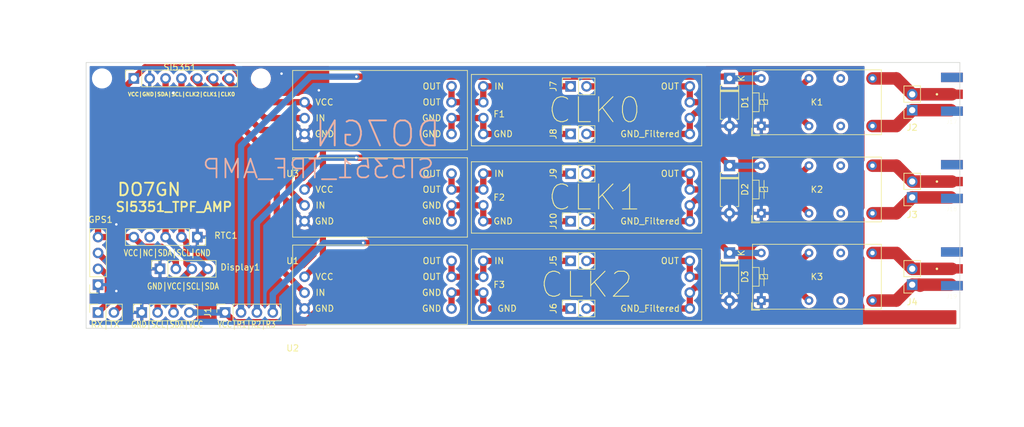
<source format=kicad_pcb>
(kicad_pcb (version 20171130) (host pcbnew 5.1.10-1.fc34)
  (layers (0 F.Cu signal) (31 B.Cu signal) (34 B.Paste user) (35 F.Paste user) (36 B.SilkS user) (37 F.SilkS user) (38 B.Mask user) (39 F.Mask user) (44 Edge.Cuts user))
  (net 0 "")
  (net 1 SIGNAL_CLK0)
  (net 2 SIGNAL_CLK1)
  (net 3 SIGNAL_CLK2)
  (net 4 GND_CLK0_OUT)
  (net 5 SIGNAL_CLK0_OUT)
  (net 6 GND_CLK1_OUT)
  (net 7 SIGNAL_CLK1_OUT)
  (net 8 GND_CLK2_OUT)
  (net 9 SIGNAL_CLK2_OUT)
  (net 10 GND)
  (net 11 Relay_0)
  (net 12 Relay_1)
  (net 13 Relay_2)
  (net 14 "Net-(K1-Pad11)")
  (net 15 "Net-(K1-Pad6)")
  (net 16 "Net-(K2-Pad6)")
  (net 17 "Net-(K2-Pad11)")
  (net 18 "Net-(K3-Pad6)")
  (net 19 "Net-(K3-Pad11)")
  (net 20 TPF_0_IN+)
  (net 21 TPF_0_IN-)
  (net 22 TPF_1_IN-)
  (net 23 TPF_1_IN+)
  (net 24 TPF_2_IN+)
  (net 25 TPF_2_IN-)
  (net 26 SDA)
  (net 27 SCL)
  (net 28 TP_0_Relay_OUT-)
  (net 29 TP_0_Relay_OUT+)
  (net 30 TP_1_Relay_OUT+)
  (net 31 TP_1_Relay_OUT-)
  (net 32 TP_2_Relay_OUT-)
  (net 33 TP_2_Relay_OUT+)
  (net 34 NC)
  (net 35 VCC)
  (net 36 TX)
  (net 37 RX)
  (module SMA_Edge:RFSOLUTIONS_CON-SMA-EDGE-S (layer F.Cu) (at 223.647 57.912 180)
    (fp_text reference J18 (at 0.032 -4.4064) (layer F.SilkS) (effects (font (size 0.64 0.64) (thickness 0.015))))
    (fp_text value CON-SMA-EDGE-S)
    (pad G4 smd rect (at 0 2.7 180) (size 3.5 1.5) (layers B.Cu B.Paste B.Mask) (net 6 GND_CLK1_OUT))
    (pad G3 smd rect (at 0 -2.7 180) (size 3.5 1.5) (layers B.Cu B.Paste B.Mask) (net 6 GND_CLK1_OUT))
    (pad G2 smd rect (at 0 2.7 180) (size 3.5 1.5) (layers F.Cu F.Paste F.Mask) (net 6 GND_CLK1_OUT))
    (pad G1 smd rect (at 0 -2.7 180) (size 3.5 1.5) (layers F.Cu F.Paste F.Mask) (net 6 GND_CLK1_OUT))
    (pad 1 smd rect (at 0 0 180) (size 3.5 1.5) (layers F.Cu F.Paste F.Mask) (net 7 SIGNAL_CLK1_OUT))
  )
  (module SMA_Edge:RFSOLUTIONS_CON-SMA-EDGE-S (layer F.Cu) (at 223.647 43.942 180)
    (fp_text reference J17 (at 0.032 -4.4064) (layer F.SilkS) (effects (font (size 0.64 0.64) (thickness 0.015))))
    (fp_text value CON-SMA-EDGE-S)
    (pad G4 smd rect (at 0 2.7 180) (size 3.5 1.5) (layers B.Cu B.Paste B.Mask) (net 4 GND_CLK0_OUT))
    (pad G3 smd rect (at 0 -2.7 180) (size 3.5 1.5) (layers B.Cu B.Paste B.Mask) (net 4 GND_CLK0_OUT))
    (pad G2 smd rect (at 0 2.7 180) (size 3.5 1.5) (layers F.Cu F.Paste F.Mask) (net 4 GND_CLK0_OUT))
    (pad G1 smd rect (at 0 -2.7 180) (size 3.5 1.5) (layers F.Cu F.Paste F.Mask) (net 4 GND_CLK0_OUT))
    (pad 1 smd rect (at 0 0 180) (size 3.5 1.5) (layers F.Cu F.Paste F.Mask) (net 5 SIGNAL_CLK0_OUT))
  )
  (module Connector_PinSocket_2.54mm:PinSocket_1x05_P2.54mm_Vertical (layer F.Cu) (at 102.997 66.802 270)
    (fp_text reference RTC1 (at -0.254 -4.572 180) (layer F.SilkS))
    (fp_text value RTC)
    (pad 1 thru_hole rect (at 0 0 270) (size 1.7 1.7) (drill 1) (layers *.Cu *.Mask) (net 10 GND))
    (pad 2 thru_hole oval (at 0 2.54 270) (size 1.7 1.7) (drill 1) (layers *.Cu *.Mask) (net 27 SCL))
    (pad 3 thru_hole oval (at 0 5.08 270) (size 1.7 1.7) (drill 1) (layers *.Cu *.Mask) (net 26 SDA))
    (pad 4 thru_hole oval (at 0 7.62 270) (size 1.7 1.7) (drill 1) (layers *.Cu *.Mask) (net 34 NC))
    (pad 5 thru_hole oval (at 0 10.16 270) (size 1.7 1.7) (drill 1) (layers *.Cu *.Mask) (net 35 VCC))
  )
  (module MountingHole:MountingHole_2.2mm_M2_DIN965 (layer F.Cu) (at 113.157 41.402 270)
    (fp_text reference REF** hide)
    (fp_text value MountingHole_2.2mm_M2_DIN965)
    (pad 1 np_thru_hole circle (at 0 0 270) (size 2.2 2.2) (drill 2.2) (layers *.Cu *.Mask))
  )
  (module Connector_PinSocket_2.54mm:PinSocket_1x02_P2.54mm_Vertical (layer F.Cu) (at 87.122 78.867 90)
    (fp_text reference RX|TX (at -1.905 1.143) (layer F.SilkS))
    (fp_text value ArduinoRXTX)
    (pad 2 thru_hole oval (at 0 2.54 90) (size 1.7 1.7) (drill 1) (layers *.Cu *.Mask) (net 36 TX))
    (pad 1 thru_hole rect (at 0 0 90) (size 1.7 1.7) (drill 1) (layers *.Cu *.Mask) (net 37 RX))
  )
  (module HamRadio:AMP (layer F.Cu) (at 118.237 52.832)
    (fp_text reference U3 (at 0 3.81) (layer F.SilkS))
    (fp_text value AMP)
    (fp_text user OUT (at 22.225 -10.16) (layer F.SilkS))
    (fp_text user OUT (at 22.225 -7.62) (layer F.SilkS))
    (fp_text user GND (at 22.225 -2.54) (layer F.SilkS))
    (fp_text user GND (at 22.225 -5.08) (layer F.SilkS))
    (fp_text user VCC (at 5.08 -7.62) (layer F.SilkS))
    (fp_text user IN (at 4.445 -5.08) (layer F.SilkS))
    (fp_text user GND (at 5.08 -2.54) (layer F.SilkS))
    (pad 7 thru_hole circle (at 25.4 -10.16) (size 1.7 1.7) (drill 1) (layers *.Cu *.Mask) (net 20 TPF_0_IN+))
    (pad 6 thru_hole circle (at 25.4 -7.62) (size 1.7 1.7) (drill 1) (layers *.Cu *.Mask) (net 20 TPF_0_IN+))
    (pad 5 thru_hole circle (at 25.4 -5.08) (size 1.7 1.7) (drill 1) (layers *.Cu *.Mask) (net 21 TPF_0_IN-))
    (pad 4 thru_hole circle (at 25.4 -2.54) (size 1.7 1.7) (drill 1) (layers *.Cu *.Mask) (net 21 TPF_0_IN-))
    (pad 3 thru_hole circle (at 1.905 -2.54) (size 1.7 1.7) (drill 1) (layers *.Cu *.Mask) (net 10 GND))
    (pad 2 thru_hole circle (at 1.905 -5.08) (size 1.7 1.7) (drill 1) (layers *.Cu *.Mask) (net 1 SIGNAL_CLK0))
    (pad 1 thru_hole circle (at 1.905 -7.62) (size 1.7 1.7) (drill 1) (layers *.Cu *.Mask) (net 35 VCC))
  )
  (module HamRadio:AMP (layer F.Cu) (at 118.237 80.772)
    (fp_text reference U2 (at 0 3.81) (layer F.SilkS))
    (fp_text value AMP)
    (fp_text user OUT (at 22.225 -10.16) (layer F.SilkS))
    (fp_text user OUT (at 22.225 -7.62) (layer F.SilkS))
    (fp_text user GND (at 22.225 -2.54) (layer F.SilkS))
    (fp_text user GND (at 22.225 -5.08) (layer F.SilkS))
    (fp_text user VCC (at 5.08 -7.62) (layer F.SilkS))
    (fp_text user IN (at 4.445 -5.08) (layer F.SilkS))
    (fp_text user GND (at 5.08 -2.54) (layer F.SilkS))
    (pad 7 thru_hole circle (at 25.4 -10.16) (size 1.7 1.7) (drill 1) (layers *.Cu *.Mask) (net 24 TPF_2_IN+))
    (pad 6 thru_hole circle (at 25.4 -7.62) (size 1.7 1.7) (drill 1) (layers *.Cu *.Mask) (net 24 TPF_2_IN+))
    (pad 5 thru_hole circle (at 25.4 -5.08) (size 1.7 1.7) (drill 1) (layers *.Cu *.Mask) (net 25 TPF_2_IN-))
    (pad 4 thru_hole circle (at 25.4 -2.54) (size 1.7 1.7) (drill 1) (layers *.Cu *.Mask) (net 25 TPF_2_IN-))
    (pad 3 thru_hole circle (at 1.905 -2.54) (size 1.7 1.7) (drill 1) (layers *.Cu *.Mask) (net 10 GND))
    (pad 2 thru_hole circle (at 1.905 -5.08) (size 1.7 1.7) (drill 1) (layers *.Cu *.Mask) (net 3 SIGNAL_CLK2))
    (pad 1 thru_hole circle (at 1.905 -7.62) (size 1.7 1.7) (drill 1) (layers *.Cu *.Mask) (net 35 VCC))
  )
  (module HamRadio:AMP (layer F.Cu) (at 118.237 66.802)
    (fp_text reference U1 (at 0 3.81) (layer F.SilkS))
    (fp_text value AMP)
    (fp_text user OUT (at 22.225 -10.16) (layer F.SilkS))
    (fp_text user OUT (at 22.225 -7.62) (layer F.SilkS))
    (fp_text user GND (at 22.225 -2.54) (layer F.SilkS))
    (fp_text user GND (at 22.225 -5.08) (layer F.SilkS))
    (fp_text user VCC (at 5.08 -7.62) (layer F.SilkS))
    (fp_text user IN (at 4.445 -5.08) (layer F.SilkS))
    (fp_text user GND (at 5.08 -2.54) (layer F.SilkS))
    (pad 7 thru_hole circle (at 25.4 -10.16) (size 1.7 1.7) (drill 1) (layers *.Cu *.Mask) (net 23 TPF_1_IN+))
    (pad 6 thru_hole circle (at 25.4 -7.62) (size 1.7 1.7) (drill 1) (layers *.Cu *.Mask) (net 23 TPF_1_IN+))
    (pad 5 thru_hole circle (at 25.4 -5.08) (size 1.7 1.7) (drill 1) (layers *.Cu *.Mask) (net 22 TPF_1_IN-))
    (pad 4 thru_hole circle (at 25.4 -2.54) (size 1.7 1.7) (drill 1) (layers *.Cu *.Mask) (net 22 TPF_1_IN-))
    (pad 3 thru_hole circle (at 1.905 -2.54) (size 1.7 1.7) (drill 1) (layers *.Cu *.Mask) (net 10 GND))
    (pad 2 thru_hole circle (at 1.905 -5.08) (size 1.7 1.7) (drill 1) (layers *.Cu *.Mask) (net 2 SIGNAL_CLK1))
    (pad 1 thru_hole circle (at 1.905 -7.62) (size 1.7 1.7) (drill 1) (layers *.Cu *.Mask) (net 35 VCC))
  )
  (module HamRadio:TPF (layer F.Cu) (at 148.717 68.072)
    (fp_text reference F3 (at 2.54 6.35) (layer F.SilkS))
    (fp_text value TPF_2)
    (fp_text user OUT (at 29.845 2.54) (layer F.SilkS))
    (fp_text user IN (at 2.54 2.54) (layer F.SilkS))
    (fp_text user GND_Filtered (at 26.67 10.16) (layer F.SilkS))
    (fp_text user GND (at 3.81 10.16) (layer F.SilkS))
    (pad 8 thru_hole oval (at 33.02 2.54) (size 1.7 1.7) (drill 1) (layers *.Cu *.Mask) (net 33 TP_2_Relay_OUT+))
    (pad 7 thru_hole circle (at 33.02 5.08) (size 1.7 1.7) (drill 1) (layers *.Cu *.Mask) (net 33 TP_2_Relay_OUT+))
    (pad 6 thru_hole circle (at 33.02 7.62) (size 1.7 1.7) (drill 1) (layers *.Cu *.Mask) (net 32 TP_2_Relay_OUT-))
    (pad 5 thru_hole circle (at 33.02 10.16) (size 1.7 1.7) (drill 1) (layers *.Cu *.Mask) (net 32 TP_2_Relay_OUT-))
    (pad 4 thru_hole circle (at 0 10.16) (size 1.7 1.7) (drill 1) (layers *.Cu *.Mask) (net 25 TPF_2_IN-))
    (pad 3 thru_hole circle (at 0 7.62) (size 1.7 1.7) (drill 1) (layers *.Cu *.Mask) (net 25 TPF_2_IN-))
    (pad 2 thru_hole circle (at 0 5.08) (size 1.7 1.7) (drill 1) (layers *.Cu *.Mask) (net 24 TPF_2_IN+))
    (pad 1 thru_hole oval (at 0 2.54) (size 1.7 1.7) (drill 1) (layers *.Cu *.Mask) (net 24 TPF_2_IN+))
  )
  (module HamRadio:TPF (layer F.Cu) (at 148.717 54.102)
    (fp_text reference F2 (at 2.54 6.35) (layer F.SilkS))
    (fp_text value TPF_1)
    (fp_text user OUT (at 29.845 2.54) (layer F.SilkS))
    (fp_text user IN (at 2.54 2.54) (layer F.SilkS))
    (fp_text user GND_Filtered (at 26.67 10.16) (layer F.SilkS))
    (fp_text user GND (at 3.175 10.16) (layer F.SilkS))
    (pad 8 thru_hole oval (at 33.02 2.54) (size 1.7 1.7) (drill 1) (layers *.Cu *.Mask) (net 30 TP_1_Relay_OUT+))
    (pad 7 thru_hole circle (at 33.02 5.08) (size 1.7 1.7) (drill 1) (layers *.Cu *.Mask) (net 30 TP_1_Relay_OUT+))
    (pad 6 thru_hole circle (at 33.02 7.62) (size 1.7 1.7) (drill 1) (layers *.Cu *.Mask) (net 31 TP_1_Relay_OUT-))
    (pad 5 thru_hole circle (at 33.02 10.16) (size 1.7 1.7) (drill 1) (layers *.Cu *.Mask) (net 31 TP_1_Relay_OUT-))
    (pad 4 thru_hole circle (at 0 10.16) (size 1.7 1.7) (drill 1) (layers *.Cu *.Mask) (net 22 TPF_1_IN-))
    (pad 3 thru_hole circle (at 0 7.62) (size 1.7 1.7) (drill 1) (layers *.Cu *.Mask) (net 22 TPF_1_IN-))
    (pad 2 thru_hole circle (at 0 5.08) (size 1.7 1.7) (drill 1) (layers *.Cu *.Mask) (net 23 TPF_1_IN+))
    (pad 1 thru_hole oval (at 0 2.54) (size 1.7 1.7) (drill 1) (layers *.Cu *.Mask) (net 23 TPF_1_IN+))
  )
  (module HamRadio:TPF (layer F.Cu) (at 148.717 40.132)
    (fp_text reference F1 (at 2.54 6.985) (layer F.SilkS))
    (fp_text value TPF_0)
    (fp_text user OUT (at 29.845 2.54) (layer F.SilkS))
    (fp_text user IN (at 2.54 2.54) (layer F.SilkS))
    (fp_text user GND_Filtered (at 26.67 10.16) (layer F.SilkS))
    (fp_text user GND (at 3.175 10.16) (layer F.SilkS))
    (pad 8 thru_hole oval (at 33.02 2.54) (size 1.7 1.7) (drill 1) (layers *.Cu *.Mask) (net 29 TP_0_Relay_OUT+))
    (pad 7 thru_hole circle (at 33.02 5.08) (size 1.7 1.7) (drill 1) (layers *.Cu *.Mask) (net 29 TP_0_Relay_OUT+))
    (pad 6 thru_hole circle (at 33.02 7.62) (size 1.7 1.7) (drill 1) (layers *.Cu *.Mask) (net 28 TP_0_Relay_OUT-))
    (pad 5 thru_hole circle (at 33.02 10.16) (size 1.7 1.7) (drill 1) (layers *.Cu *.Mask) (net 28 TP_0_Relay_OUT-))
    (pad 4 thru_hole circle (at 0 10.16) (size 1.7 1.7) (drill 1) (layers *.Cu *.Mask) (net 21 TPF_0_IN-))
    (pad 3 thru_hole circle (at 0 7.62) (size 1.7 1.7) (drill 1) (layers *.Cu *.Mask) (net 21 TPF_0_IN-))
    (pad 2 thru_hole circle (at 0 5.08) (size 1.7 1.7) (drill 1) (layers *.Cu *.Mask) (net 20 TPF_0_IN+))
    (pad 1 thru_hole oval (at 0 2.54) (size 1.7 1.7) (drill 1) (layers *.Cu *.Mask) (net 20 TPF_0_IN+))
  )
  (module MountingHole:MountingHole_2.2mm_M2_DIN965 (layer F.Cu) (at 87.757 41.402 270)
    (fp_text reference REF** hide)
    (fp_text value MountingHole_2.2mm_M2_DIN965)
    (pad 1 np_thru_hole circle (at 0 0 270) (size 2.2 2.2) (drill 2.2) (layers *.Cu *.Mask))
  )
  (module Connector_PinSocket_2.54mm:PinSocket_1x04_P2.54mm_Vertical (layer F.Cu) (at 97.028 71.882 90)
    (fp_text reference Display1 (at 0.254 12.827 180) (layer F.SilkS))
    (fp_text value Display)
    (pad 4 thru_hole oval (at 0 7.62 90) (size 1.7 1.7) (drill 1) (layers *.Cu *.Mask) (net 26 SDA))
    (pad 3 thru_hole oval (at 0 5.08 90) (size 1.7 1.7) (drill 1) (layers *.Cu *.Mask) (net 27 SCL))
    (pad 2 thru_hole oval (at 0 2.54 90) (size 1.7 1.7) (drill 1) (layers *.Cu *.Mask) (net 35 VCC))
    (pad 1 thru_hole rect (at 0 0 90) (size 1.7 1.7) (drill 1) (layers *.Cu *.Mask) (net 10 GND))
  )
  (module SMA_Edge:RFSOLUTIONS_CON-SMA-EDGE-S (layer F.Cu) (at 223.647 71.882 180)
    (fp_text reference J19 (at 0.032 -4.4064) (layer F.SilkS) (effects (font (size 0.64 0.64) (thickness 0.015))))
    (fp_text value CON-SMA-EDGE-S)
    (pad G4 smd rect (at 0 2.7 180) (size 3.5 1.5) (layers B.Cu B.Paste B.Mask) (net 8 GND_CLK2_OUT))
    (pad G3 smd rect (at 0 -2.7 180) (size 3.5 1.5) (layers B.Cu B.Paste B.Mask) (net 8 GND_CLK2_OUT))
    (pad G2 smd rect (at 0 2.7 180) (size 3.5 1.5) (layers F.Cu F.Paste F.Mask) (net 8 GND_CLK2_OUT))
    (pad G1 smd rect (at 0 -2.7 180) (size 3.5 1.5) (layers F.Cu F.Paste F.Mask) (net 8 GND_CLK2_OUT))
    (pad 1 smd rect (at 0 0 180) (size 3.5 1.5) (layers F.Cu F.Paste F.Mask) (net 9 SIGNAL_CLK2_OUT))
  )
  (module Relay_THT:Relay_DPDT_Omron_G5V-2 (layer F.Cu) (at 193.167 49.022 90)
    (fp_text reference K1 (at 3.81 8.89 180) (layer F.SilkS))
    (fp_text value G5V-2)
    (pad 13 thru_hole circle (at 7.62 7.62 90) (size 1.4 1.4) (drill 0.7) (layers *.Cu *.Mask) (net 29 TP_0_Relay_OUT+))
    (pad 9 thru_hole circle (at 7.62 17.78 90) (size 1.4 1.4) (drill 0.7) (layers *.Cu *.Mask) (net 5 SIGNAL_CLK0_OUT))
    (pad 11 thru_hole circle (at 7.62 12.7 90) (size 1.4 1.4) (drill 0.7) (layers *.Cu *.Mask) (net 14 "Net-(K1-Pad11)"))
    (pad 4 thru_hole circle (at 0 7.62 90) (size 1.4 1.4) (drill 0.7) (layers *.Cu *.Mask) (net 28 TP_0_Relay_OUT-))
    (pad 8 thru_hole circle (at 0 17.78 90) (size 1.4 1.4) (drill 0.7) (layers *.Cu *.Mask) (net 4 GND_CLK0_OUT))
    (pad 6 thru_hole circle (at 0 12.7 90) (size 1.4 1.4) (drill 0.7) (layers *.Cu *.Mask) (net 15 "Net-(K1-Pad6)"))
    (pad 16 thru_hole circle (at 7.62 0 90) (size 1.4 1.4) (drill 0.7) (layers *.Cu *.Mask) (net 11 Relay_0))
    (pad 1 thru_hole rect (at 0 0 90) (size 1.4 1.4) (drill 0.7) (layers *.Cu *.Mask) (net 10 GND))
  )
  (module Relay_THT:Relay_DPDT_Omron_G5V-2 (layer F.Cu) (at 193.167 62.992 90)
    (fp_text reference K2 (at 3.81 8.89) (layer F.SilkS))
    (fp_text value G5V-2)
    (pad 1 thru_hole rect (at 0 0 90) (size 1.4 1.4) (drill 0.7) (layers *.Cu *.Mask) (net 10 GND))
    (pad 16 thru_hole circle (at 7.62 0 90) (size 1.4 1.4) (drill 0.7) (layers *.Cu *.Mask) (net 12 Relay_1))
    (pad 6 thru_hole circle (at 0 12.7 90) (size 1.4 1.4) (drill 0.7) (layers *.Cu *.Mask) (net 16 "Net-(K2-Pad6)"))
    (pad 8 thru_hole circle (at 0 17.78 90) (size 1.4 1.4) (drill 0.7) (layers *.Cu *.Mask) (net 6 GND_CLK1_OUT))
    (pad 4 thru_hole circle (at 0 7.62 90) (size 1.4 1.4) (drill 0.7) (layers *.Cu *.Mask) (net 31 TP_1_Relay_OUT-))
    (pad 11 thru_hole circle (at 7.62 12.7 90) (size 1.4 1.4) (drill 0.7) (layers *.Cu *.Mask) (net 17 "Net-(K2-Pad11)"))
    (pad 9 thru_hole circle (at 7.62 17.78 90) (size 1.4 1.4) (drill 0.7) (layers *.Cu *.Mask) (net 7 SIGNAL_CLK1_OUT))
    (pad 13 thru_hole circle (at 7.62 7.62 90) (size 1.4 1.4) (drill 0.7) (layers *.Cu *.Mask) (net 30 TP_1_Relay_OUT+))
  )
  (module Relay_THT:Relay_DPDT_Omron_G5V-2 (layer F.Cu) (at 193.167 76.962 90)
    (fp_text reference K3 (at 3.81 8.89 180) (layer F.SilkS))
    (fp_text value G5V-2)
    (pad 1 thru_hole rect (at 0 0 90) (size 1.4 1.4) (drill 0.7) (layers *.Cu *.Mask) (net 10 GND))
    (pad 16 thru_hole circle (at 7.62 0 90) (size 1.4 1.4) (drill 0.7) (layers *.Cu *.Mask) (net 13 Relay_2))
    (pad 6 thru_hole circle (at 0 12.7 90) (size 1.4 1.4) (drill 0.7) (layers *.Cu *.Mask) (net 18 "Net-(K3-Pad6)"))
    (pad 8 thru_hole circle (at 0 17.78 90) (size 1.4 1.4) (drill 0.7) (layers *.Cu *.Mask) (net 8 GND_CLK2_OUT))
    (pad 4 thru_hole circle (at 0 7.62 90) (size 1.4 1.4) (drill 0.7) (layers *.Cu *.Mask) (net 32 TP_2_Relay_OUT-))
    (pad 11 thru_hole circle (at 7.62 12.7 90) (size 1.4 1.4) (drill 0.7) (layers *.Cu *.Mask) (net 19 "Net-(K3-Pad11)"))
    (pad 9 thru_hole circle (at 7.62 17.78 90) (size 1.4 1.4) (drill 0.7) (layers *.Cu *.Mask) (net 9 SIGNAL_CLK2_OUT))
    (pad 13 thru_hole circle (at 7.62 7.62 90) (size 1.4 1.4) (drill 0.7) (layers *.Cu *.Mask) (net 33 TP_2_Relay_OUT+))
  )
  (module Diode_THT:D_A-405_P7.62mm_Horizontal (layer F.Cu) (at 188.087 41.402 270)
    (fp_text reference D1 (at 3.81 -2.47 90) (layer F.SilkS))
    (fp_text value D)
    (fp_text user K (at 0 -1.9 90) (layer F.SilkS))
    (pad 1 thru_hole rect (at 0 0 270) (size 1.8 1.8) (drill 0.9) (layers *.Cu *.Mask) (net 11 Relay_0))
    (pad 2 thru_hole oval (at 7.62 0 270) (size 1.8 1.8) (drill 0.9) (layers *.Cu *.Mask) (net 10 GND))
  )
  (module Diode_THT:D_A-405_P7.62mm_Horizontal (layer F.Cu) (at 188.087 55.372 270)
    (fp_text reference D2 (at 3.81 -2.47 90) (layer F.SilkS))
    (fp_text value D)
    (pad 2 thru_hole oval (at 7.62 0 270) (size 1.8 1.8) (drill 0.9) (layers *.Cu *.Mask) (net 10 GND))
    (pad 1 thru_hole rect (at 0 0 270) (size 1.8 1.8) (drill 0.9) (layers *.Cu *.Mask) (net 12 Relay_1))
  )
  (module Diode_THT:D_A-405_P7.62mm_Horizontal (layer F.Cu) (at 188.087 69.342 270)
    (fp_text reference D3 (at 3.81 -2.47 90) (layer F.SilkS))
    (fp_text value D)
    (fp_text user K (at 0 -1.9 270) (layer F.SilkS))
    (pad 1 thru_hole rect (at 0 0 270) (size 1.8 1.8) (drill 0.9) (layers *.Cu *.Mask) (net 13 Relay_2))
    (pad 2 thru_hole oval (at 7.62 0 270) (size 1.8 1.8) (drill 0.9) (layers *.Cu *.Mask) (net 10 GND))
  )
  (module Connector_PinSocket_2.54mm:PinSocket_1x02_P2.54mm_Vertical (layer F.Cu) (at 217.297 46.482 180)
    (fp_text reference J2 (at 0 -2.77) (layer F.SilkS))
    (fp_text value Conn_01x02_Female)
    (pad 1 thru_hole rect (at 0 0 180) (size 1.7 1.7) (drill 1) (layers *.Cu *.Mask) (net 4 GND_CLK0_OUT))
    (pad 2 thru_hole oval (at 0 2.54 180) (size 1.7 1.7) (drill 1) (layers *.Cu *.Mask) (net 5 SIGNAL_CLK0_OUT))
  )
  (module Connector_PinSocket_2.54mm:PinSocket_1x02_P2.54mm_Vertical (layer F.Cu) (at 217.297 60.452 180)
    (fp_text reference J3 (at 0 -2.77) (layer F.SilkS))
    (fp_text value Conn_01x02_Female)
    (pad 2 thru_hole oval (at 0 2.54 180) (size 1.7 1.7) (drill 1) (layers *.Cu *.Mask) (net 7 SIGNAL_CLK1_OUT))
    (pad 1 thru_hole rect (at 0 0 180) (size 1.7 1.7) (drill 1) (layers *.Cu *.Mask) (net 6 GND_CLK1_OUT))
  )
  (module Connector_PinSocket_2.54mm:PinSocket_1x02_P2.54mm_Vertical (layer F.Cu) (at 217.297 74.422 180)
    (fp_text reference J4 (at 0 -2.77) (layer F.SilkS))
    (fp_text value Conn_01x02_Female)
    (pad 1 thru_hole rect (at 0 0 180) (size 1.7 1.7) (drill 1) (layers *.Cu *.Mask) (net 8 GND_CLK2_OUT))
    (pad 2 thru_hole oval (at 0 2.54 180) (size 1.7 1.7) (drill 1) (layers *.Cu *.Mask) (net 9 SIGNAL_CLK2_OUT))
  )
  (module Connector_PinSocket_2.54mm:PinSocket_1x07_P2.54mm_Vertical (layer F.Cu) (at 92.837 41.402 90)
    (fp_text reference SI5351 (at 1.778 7.366) (layer F.SilkS))
    (fp_text value SI5351)
    (pad 1 thru_hole rect (at 0 0 90) (size 1.7 1.7) (drill 1) (layers *.Cu *.Mask) (net 35 VCC))
    (pad 2 thru_hole oval (at 0 2.54 90) (size 1.7 1.7) (drill 1) (layers *.Cu *.Mask) (net 10 GND))
    (pad 3 thru_hole oval (at 0 5.08 90) (size 1.7 1.7) (drill 1) (layers *.Cu *.Mask) (net 26 SDA))
    (pad 4 thru_hole oval (at 0 7.62 90) (size 1.7 1.7) (drill 1) (layers *.Cu *.Mask) (net 27 SCL))
    (pad 5 thru_hole oval (at 0 10.16 90) (size 1.7 1.7) (drill 1) (layers *.Cu *.Mask) (net 3 SIGNAL_CLK2))
    (pad 6 thru_hole oval (at 0 12.7 90) (size 1.7 1.7) (drill 1) (layers *.Cu *.Mask) (net 2 SIGNAL_CLK1))
    (pad 7 thru_hole oval (at 0 15.24 90) (size 1.7 1.7) (drill 1) (layers *.Cu *.Mask) (net 1 SIGNAL_CLK0))
  )
  (module Connector_PinSocket_2.54mm:PinSocket_1x02_P2.54mm_Vertical (layer F.Cu) (at 162.687 70.612 90)
    (fp_text reference J5 (at 0 -2.77 90) (layer F.SilkS))
    (fp_text value Conn_01x02_Female)
    (pad 2 thru_hole oval (at 0 2.54 90) (size 1.7 1.7) (drill 1) (layers *.Cu *.Mask) (net 33 TP_2_Relay_OUT+))
    (pad 1 thru_hole rect (at 0 0 90) (size 1.7 1.7) (drill 1) (layers *.Cu *.Mask) (net 24 TPF_2_IN+))
  )
  (module Connector_PinSocket_2.54mm:PinSocket_1x02_P2.54mm_Vertical (layer F.Cu) (at 162.687 78.232 90)
    (fp_text reference J6 (at 0 -2.77 90) (layer F.SilkS))
    (fp_text value Conn_01x02_Female)
    (pad 1 thru_hole rect (at 0 0 90) (size 1.7 1.7) (drill 1) (layers *.Cu *.Mask) (net 25 TPF_2_IN-))
    (pad 2 thru_hole oval (at 0 2.54 90) (size 1.7 1.7) (drill 1) (layers *.Cu *.Mask) (net 32 TP_2_Relay_OUT-))
  )
  (module Connector_PinSocket_2.54mm:PinSocket_1x02_P2.54mm_Vertical (layer F.Cu) (at 162.687 42.672 90)
    (fp_text reference J7 (at 0 -2.77 90) (layer F.SilkS))
    (fp_text value Conn_01x02_Female)
    (pad 2 thru_hole oval (at 0 2.54 90) (size 1.7 1.7) (drill 1) (layers *.Cu *.Mask) (net 29 TP_0_Relay_OUT+))
    (pad 1 thru_hole rect (at 0 0 90) (size 1.7 1.7) (drill 1) (layers *.Cu *.Mask) (net 20 TPF_0_IN+))
  )
  (module Connector_PinSocket_2.54mm:PinSocket_1x02_P2.54mm_Vertical (layer F.Cu) (at 162.687 50.292 90)
    (fp_text reference J8 (at 0 -2.77 90) (layer F.SilkS))
    (fp_text value Conn_01x02_Female)
    (pad 1 thru_hole rect (at 0 0 90) (size 1.7 1.7) (drill 1) (layers *.Cu *.Mask) (net 21 TPF_0_IN-))
    (pad 2 thru_hole oval (at 0 2.54 90) (size 1.7 1.7) (drill 1) (layers *.Cu *.Mask) (net 28 TP_0_Relay_OUT-))
  )
  (module Connector_PinSocket_2.54mm:PinSocket_1x02_P2.54mm_Vertical (layer F.Cu) (at 162.687 56.642 90)
    (fp_text reference J9 (at 0 -2.77 90) (layer F.SilkS))
    (fp_text value Conn_01x02_Female)
    (pad 2 thru_hole oval (at 0 2.54 90) (size 1.7 1.7) (drill 1) (layers *.Cu *.Mask) (net 30 TP_1_Relay_OUT+))
    (pad 1 thru_hole rect (at 0 0 90) (size 1.7 1.7) (drill 1) (layers *.Cu *.Mask) (net 23 TPF_1_IN+))
  )
  (module Connector_PinSocket_2.54mm:PinSocket_1x02_P2.54mm_Vertical (layer F.Cu) (at 162.687 64.262 90)
    (fp_text reference J10 (at 0 -2.77 90) (layer F.SilkS))
    (fp_text value Conn_01x02_Female)
    (pad 1 thru_hole rect (at 0 0 90) (size 1.7 1.7) (drill 1) (layers *.Cu *.Mask) (net 22 TPF_1_IN-))
    (pad 2 thru_hole oval (at 0 2.54 90) (size 1.7 1.7) (drill 1) (layers *.Cu *.Mask) (net 31 TP_1_Relay_OUT-))
  )
  (module Connector_PinSocket_2.54mm:PinSocket_1x04_P2.54mm_Vertical (layer F.Cu) (at 107.442 78.867 90)
    (fp_text reference J1 (at 0 -2.77 90) (layer F.SilkS))
    (fp_text value Conn_01x03_Female)
    (pad 1 thru_hole rect (at 0 0 90) (size 1.7 1.7) (drill 1) (layers *.Cu *.Mask) (net 35 VCC))
    (pad 2 thru_hole oval (at 0 2.54 90) (size 1.7 1.7) (drill 1) (layers *.Cu *.Mask) (net 11 Relay_0))
    (pad 3 thru_hole oval (at 0 5.08 90) (size 1.7 1.7) (drill 1) (layers *.Cu *.Mask) (net 12 Relay_1))
    (pad 4 thru_hole oval (at 0 7.62 90) (size 1.7 1.7) (drill 1) (layers *.Cu *.Mask) (net 13 Relay_2))
  )
  (module Connector_PinSocket_2.54mm:PinSocket_1x04_P2.54mm_Vertical (layer F.Cu) (at 87.122 74.422 180)
    (fp_text reference GPS1 (at -0.381 10.414) (layer F.SilkS))
    (fp_text value GPS)
    (pad 1 thru_hole rect (at 0 0 180) (size 1.7 1.7) (drill 1) (layers *.Cu *.Mask) (net 10 GND))
    (pad 2 thru_hole oval (at 0 2.54 180) (size 1.7 1.7) (drill 1) (layers *.Cu *.Mask) (net 37 RX))
    (pad 3 thru_hole oval (at 0 5.08 180) (size 1.7 1.7) (drill 1) (layers *.Cu *.Mask) (net 36 TX))
    (pad 4 thru_hole oval (at 0 7.62 180) (size 1.7 1.7) (drill 1) (layers *.Cu *.Mask) (net 35 VCC))
  )
  (module Connector_PinSocket_2.54mm:PinSocket_1x04_P2.54mm_Vertical (layer F.Cu) (at 94.107 78.867 90)
    (fp_text reference Arduino1 hide)
    (fp_text value Arduino)
    (pad 1 thru_hole rect (at 0 0 90) (size 1.7 1.7) (drill 1) (layers *.Cu *.Mask) (net 10 GND))
    (pad 2 thru_hole oval (at 0 2.54 90) (size 1.7 1.7) (drill 1) (layers *.Cu *.Mask) (net 27 SCL))
    (pad 3 thru_hole oval (at 0 5.08 90) (size 1.7 1.7) (drill 1) (layers *.Cu *.Mask) (net 26 SDA))
    (pad 4 thru_hole oval (at 0 7.62 90) (size 1.7 1.7) (drill 1) (layers *.Cu *.Mask) (net 35 VCC))
  )
  (gr_text DO7GN (at 142.113 50.292) (layer B.SilkS) (effects (font (size 4 4) (thickness 0.3)) (justify left mirror)))
  (gr_text SI5351_TPF_AMP (at 141.097 55.88) (layer B.SilkS) (effects (font (size 3 3) (thickness 0.275)) (justify left mirror)))
  (gr_text VCC|NC|SDA|SCL|GND (at 98.171 69.342) (layer F.SilkS) (effects (font (size 1 0.8))))
  (gr_text GND|SCL|SDA|VCC (at 98.171 80.772) (layer F.SilkS) (effects (font (size 1 0.8))))
  (gr_text VCC|R1|R2|R3 (at 110.871 80.772) (layer F.SilkS) (effects (font (size 1 0.8))))
  (gr_text VCC|GND|SDA|SCL|CLK2|CLK1|CLK0 (at 100.457 43.942) (layer F.SilkS) (effects (font (size 0.6 0.6))))
  (gr_text SI5351_TPF_AMP (at 89.789 61.976) (layer F.SilkS) (effects (font (size 1.5 1.5) (thickness 0.275)) (justify left)))
  (gr_text GND|VCC|SCL|SDA (at 100.711 74.676) (layer F.SilkS) (effects (font (size 1 0.8))))
  (gr_text DO7GN (at 90.043 59.182) (layer F.SilkS) (effects (font (size 2 2) (thickness 0.3)) (justify left)))
  (gr_text CLK0 (at 166.497 46.482) (layer F.SilkS) (effects (font (size 4 4))))
  (gr_text CLK1 (at 166.497 60.452) (layer F.SilkS) (effects (font (size 4 4))))
  (gr_line (start 85.217 38.862) (end 224.917 38.862) (layer Edge.Cuts) (width 0.1))
  (gr_line (start 224.917 38.862) (end 224.917 81.407) (layer Edge.Cuts) (width 0.1))
  (gr_line (start 85.217 81.407) (end 85.217 38.862) (layer Edge.Cuts) (width 0.1))
  (gr_line (start 224.917 81.407) (end 85.217 81.407) (layer Edge.Cuts) (width 0.1))
  (gr_text CLK2 (at 165.227 74.422) (layer F.SilkS) (effects (font (size 4 4))))
  (segment (start 113.792 47.752) (end 120.142 47.752) (width 1) (layer F.Cu) (net 1))
  (segment (start 107.442 41.402) (end 113.792 47.752) (width 1) (layer F.Cu) (net 1))
  (segment (start 120.142 61.476002) (end 120.142 61.722) (width 1) (layer F.Cu) (net 2))
  (segment (start 104.902 41.402) (end 113.157 49.657) (width 1) (layer F.Cu) (net 2))
  (segment (start 113.157 49.657) (end 117.602 49.657) (width 1) (layer F.Cu) (net 2))
  (segment (start 117.602 59.182) (end 120.142 61.722) (width 1) (layer F.Cu) (net 2))
  (segment (start 117.602 49.657) (end 117.602 59.182) (width 1) (layer F.Cu) (net 2))
  (segment (start 102.362 41.402) (end 112.522 51.562) (width 1) (layer F.Cu) (net 3))
  (segment (start 112.522 51.562) (end 115.697 51.562) (width 1) (layer F.Cu) (net 3))
  (segment (start 115.697 71.247) (end 120.142 75.692) (width 1) (layer F.Cu) (net 3))
  (segment (start 115.697 51.562) (end 115.697 71.247) (width 1) (layer F.Cu) (net 3))
  (segment (start 217.297 46.482) (end 223.487 46.482) (width 2) (layer F.Cu) (net 4))
  (segment (start 214.757 49.022) (end 217.297 46.482) (width 2) (layer F.Cu) (net 4))
  (segment (start 210.947 49.022) (end 214.757 49.022) (width 2) (layer F.Cu) (net 4))
  (segment (start 217.297 43.942) (end 223.647 43.942) (width 2) (layer F.Cu) (net 5))
  (segment (start 214.757 41.402) (end 217.297 43.942) (width 2) (layer F.Cu) (net 5))
  (segment (start 210.947 41.402) (end 214.757 41.402) (width 2) (layer F.Cu) (net 5))
  (segment (start 217.297 60.452) (end 223.487 60.452) (width 2) (layer F.Cu) (net 6))
  (segment (start 214.757 62.992) (end 217.297 60.452) (width 2) (layer F.Cu) (net 6))
  (segment (start 210.947 62.992) (end 214.757 62.992) (width 2) (layer F.Cu) (net 6))
  (segment (start 217.297 57.912) (end 223.647 57.912) (width 2) (layer F.Cu) (net 7))
  (segment (start 214.757 55.372) (end 217.297 57.912) (width 2) (layer F.Cu) (net 7))
  (segment (start 210.947 55.372) (end 214.757 55.372) (width 2) (layer F.Cu) (net 7))
  (segment (start 218.407 74.422) (end 218.567 74.582) (width 2) (layer F.Cu) (net 8))
  (segment (start 217.297 74.422) (end 223.487 74.422) (width 2) (layer F.Cu) (net 8))
  (segment (start 214.757 76.962) (end 217.297 74.422) (width 2) (layer F.Cu) (net 8))
  (segment (start 210.947 76.962) (end 214.757 76.962) (width 2) (layer F.Cu) (net 8))
  (segment (start 217.297 71.882) (end 223.647 71.882) (width 2) (layer F.Cu) (net 9))
  (segment (start 214.757 69.342) (end 217.297 71.882) (width 2) (layer F.Cu) (net 9))
  (segment (start 210.947 69.342) (end 214.757 69.342) (width 2) (layer F.Cu) (net 9))
  (via (at 90.043 75.438) (size 0.8) (drill 0.4) (layers F.Cu B.Cu) (net 10))
  (via (at 122.428 43.307) (size 0.8) (drill 0.4) (layers F.Cu B.Cu) (net 10))
  (via (at 116.459 40.64) (size 0.8) (drill 0.4) (layers F.Cu B.Cu) (net 10))
  (via (at 90.043 64.77) (size 0.8) (drill 0.4) (layers F.Cu B.Cu) (net 10))
  (via (at 99.187 43.688) (size 0.8) (drill 0.4) (layers F.Cu B.Cu) (net 10))
  (segment (start 188.087 41.402) (end 193.167 41.402) (width 1) (layer B.Cu) (net 11))
  (segment (start 109.982 78.867) (end 109.982 52.197) (width 1) (layer B.Cu) (net 11))
  (segment (start 187.806999 41.121999) (end 188.087 41.402) (width 1) (layer B.Cu) (net 11))
  (segment (start 121.057001 41.121999) (end 128.423001 41.121999) (width 1) (layer B.Cu) (net 11))
  (segment (start 109.982 52.197) (end 121.057001 41.121999) (width 1) (layer B.Cu) (net 11))
  (via (at 128.423001 41.121999) (size 0.8) (drill 0.4) (layers F.Cu B.Cu) (net 11))
  (segment (start 187.806999 41.121999) (end 188.087 41.402) (width 1) (layer F.Cu) (net 11))
  (segment (start 128.423001 41.121999) (end 187.806999 41.121999) (width 1) (layer F.Cu) (net 11))
  (segment (start 188.087 55.372) (end 193.167 55.372) (width 1) (layer B.Cu) (net 12))
  (segment (start 187.554776 54.839776) (end 188.087 55.372) (width 1) (layer F.Cu) (net 12))
  (segment (start 112.522 64.507998) (end 112.522 78.867) (width 1) (layer B.Cu) (net 12))
  (segment (start 122.927998 54.102) (end 112.522 64.507998) (width 1) (layer B.Cu) (net 12))
  (segment (start 128.397 54.102) (end 122.927998 54.102) (width 1) (layer B.Cu) (net 12))
  (via (at 128.397 54.102) (size 0.8) (drill 0.4) (layers F.Cu B.Cu) (net 12))
  (segment (start 186.817 54.102) (end 188.087 55.372) (width 1) (layer F.Cu) (net 12))
  (segment (start 128.397 54.102) (end 186.817 54.102) (width 1) (layer F.Cu) (net 12))
  (segment (start 188.087 69.342) (end 193.167 69.342) (width 1) (layer B.Cu) (net 13))
  (segment (start 187.806999 69.061999) (end 188.087 69.342) (width 1) (layer B.Cu) (net 13))
  (segment (start 115.062 75.937998) (end 115.062 78.867) (width 1) (layer B.Cu) (net 13))
  (segment (start 186.46801 67.72301) (end 188.087 69.342) (width 1) (layer F.Cu) (net 13))
  (segment (start 129.31801 67.72301) (end 129.50799 67.72301) (width 1) (layer F.Cu) (net 13))
  (segment (start 186.46801 67.72301) (end 186.633766 67.72301) (width 1) (layer F.Cu) (net 13))
  (segment (start 129.50799 67.72301) (end 186.46801 67.72301) (width 1) (layer F.Cu) (net 13))
  (via (at 129.50799 67.72301) (size 0.8) (drill 0.4) (layers F.Cu B.Cu) (net 13))
  (segment (start 129.480501 67.750499) (end 129.50799 67.72301) (width 1) (layer B.Cu) (net 13))
  (segment (start 123.249499 67.750499) (end 129.480501 67.750499) (width 1) (layer B.Cu) (net 13))
  (segment (start 123.249499 67.750499) (end 115.062 75.937998) (width 1) (layer B.Cu) (net 13))
  (segment (start 162.687 42.672) (end 148.717 42.672) (width 1) (layer F.Cu) (net 20))
  (segment (start 148.717 42.672) (end 148.717 45.212) (width 1) (layer F.Cu) (net 20))
  (segment (start 143.637 45.212) (end 143.637 42.672) (width 1) (layer F.Cu) (net 20))
  (segment (start 143.637 45.212) (end 148.717 45.212) (width 1) (layer F.Cu) (net 20))
  (segment (start 148.717 50.292) (end 162.687 50.292) (width 1) (layer F.Cu) (net 21))
  (segment (start 148.717 47.752) (end 148.717 50.292) (width 1) (layer F.Cu) (net 21))
  (segment (start 143.637 47.752) (end 148.717 47.752) (width 1) (layer F.Cu) (net 21))
  (segment (start 143.637 47.752) (end 143.637 50.292) (width 1) (layer F.Cu) (net 21))
  (segment (start 148.717 64.262) (end 162.687 64.262) (width 1) (layer F.Cu) (net 22))
  (segment (start 148.717 61.722) (end 148.717 64.262) (width 1) (layer F.Cu) (net 22))
  (segment (start 143.637 64.262) (end 143.637 61.722) (width 1) (layer F.Cu) (net 22))
  (segment (start 143.637 61.722) (end 148.717 61.722) (width 1) (layer F.Cu) (net 22))
  (segment (start 148.717 56.642) (end 162.687 56.642) (width 1) (layer F.Cu) (net 23))
  (segment (start 143.637 56.642) (end 143.637 59.182) (width 1) (layer F.Cu) (net 23))
  (segment (start 143.637 59.182) (end 148.717 59.182) (width 1) (layer F.Cu) (net 23))
  (segment (start 148.717 56.642) (end 148.717 57.912) (width 1) (layer F.Cu) (net 23))
  (segment (start 148.717 57.912) (end 148.717 59.182) (width 1) (layer F.Cu) (net 23))
  (segment (start 148.717 70.612) (end 162.687 70.612) (width 1) (layer F.Cu) (net 24))
  (segment (start 143.637 70.612) (end 143.637 73.152) (width 1) (layer F.Cu) (net 24))
  (segment (start 143.637 73.152) (end 148.717 73.152) (width 1) (layer F.Cu) (net 24))
  (segment (start 148.717 73.152) (end 148.717 70.612) (width 1) (layer F.Cu) (net 24))
  (segment (start 162.687 78.232) (end 148.717 78.232) (width 1) (layer F.Cu) (net 25))
  (segment (start 148.717 75.692) (end 148.717 78.232) (width 1) (layer F.Cu) (net 25))
  (segment (start 143.637 78.232) (end 143.637 75.692) (width 1) (layer F.Cu) (net 25))
  (segment (start 143.637 75.692) (end 148.717 75.692) (width 1) (layer F.Cu) (net 25))
  (segment (start 97.917 41.402) (end 97.917 66.802) (width 1) (layer F.Cu) (net 26))
  (segment (start 99.187 77.343) (end 104.648 71.882) (width 1) (layer F.Cu) (net 26))
  (segment (start 99.187 78.867) (end 99.187 77.343) (width 1) (layer F.Cu) (net 26))
  (segment (start 103.097999 70.331999) (end 104.648 71.882) (width 1) (layer B.Cu) (net 26))
  (segment (start 101.446999 70.331999) (end 103.097999 70.331999) (width 1) (layer B.Cu) (net 26))
  (segment (start 97.917 66.802) (end 101.446999 70.331999) (width 1) (layer B.Cu) (net 26))
  (segment (start 100.457 66.802) (end 100.457 41.402) (width 1) (layer F.Cu) (net 27))
  (segment (start 96.647 77.343) (end 102.108 71.882) (width 1) (layer F.Cu) (net 27))
  (segment (start 96.647 78.867) (end 96.647 77.343) (width 1) (layer F.Cu) (net 27))
  (segment (start 101.258001 67.603001) (end 100.457 66.802) (width 1) (layer F.Cu) (net 27))
  (segment (start 101.258001 71.032001) (end 101.258001 67.603001) (width 1) (layer F.Cu) (net 27))
  (segment (start 102.108 71.882) (end 101.258001 71.032001) (width 1) (layer F.Cu) (net 27))
  (segment (start 198.667001 46.902001) (end 200.787 49.022) (width 1) (layer F.Cu) (net 28))
  (segment (start 182.586999 46.902001) (end 198.667001 46.902001) (width 1) (layer F.Cu) (net 28))
  (segment (start 181.737 47.752) (end 182.586999 46.902001) (width 1) (layer F.Cu) (net 28))
  (segment (start 181.737 50.292) (end 181.737 47.752) (width 1) (layer F.Cu) (net 28))
  (segment (start 165.227 50.292) (end 181.737 50.292) (width 1) (layer F.Cu) (net 28))
  (segment (start 181.737 42.672) (end 181.737 45.212) (width 1) (layer F.Cu) (net 29))
  (segment (start 196.977 45.212) (end 200.787 41.402) (width 1) (layer F.Cu) (net 29))
  (segment (start 181.737 45.212) (end 196.977 45.212) (width 1) (layer F.Cu) (net 29))
  (segment (start 181.737 42.672) (end 165.227 42.672) (width 1) (layer F.Cu) (net 29))
  (segment (start 196.977 59.182) (end 200.787 55.372) (width 1) (layer F.Cu) (net 30))
  (segment (start 181.737 59.182) (end 196.977 59.182) (width 1) (layer F.Cu) (net 30))
  (segment (start 181.737 59.182) (end 181.737 56.642) (width 1) (layer F.Cu) (net 30))
  (segment (start 165.227 56.642) (end 181.737 56.642) (width 1) (layer F.Cu) (net 30))
  (segment (start 198.667001 60.872001) (end 200.787 62.992) (width 1) (layer F.Cu) (net 31))
  (segment (start 182.586999 60.872001) (end 198.667001 60.872001) (width 1) (layer F.Cu) (net 31))
  (segment (start 181.737 61.722) (end 182.586999 60.872001) (width 1) (layer F.Cu) (net 31))
  (segment (start 181.737 61.722) (end 181.737 64.262) (width 1) (layer F.Cu) (net 31))
  (segment (start 165.227 64.262) (end 181.737 64.262) (width 1) (layer F.Cu) (net 31))
  (segment (start 198.667001 74.842001) (end 200.787 76.962) (width 1) (layer F.Cu) (net 32))
  (segment (start 182.586999 74.842001) (end 198.667001 74.842001) (width 1) (layer F.Cu) (net 32))
  (segment (start 181.737 75.692) (end 182.586999 74.842001) (width 1) (layer F.Cu) (net 32))
  (segment (start 181.737 78.232) (end 181.737 75.692) (width 1) (layer F.Cu) (net 32))
  (segment (start 165.227 78.232) (end 181.737 78.232) (width 1) (layer F.Cu) (net 32))
  (segment (start 181.737 70.612) (end 181.737 73.152) (width 1) (layer F.Cu) (net 33))
  (segment (start 196.977 73.152) (end 200.787 69.342) (width 1) (layer F.Cu) (net 33))
  (segment (start 181.737 73.152) (end 196.977 73.152) (width 1) (layer F.Cu) (net 33))
  (segment (start 165.227 70.612) (end 181.737 70.612) (width 1) (layer F.Cu) (net 33))
  (segment (start 123.071002 56.252998) (end 120.142 59.182) (width 1) (layer F.Cu) (net 35))
  (segment (start 123.071002 70.222998) (end 120.142 73.152) (width 1) (layer F.Cu) (net 35))
  (segment (start 123.071002 48.141002) (end 123.071002 57.031002) (width 1) (layer F.Cu) (net 35))
  (segment (start 120.142 45.212) (end 123.071002 48.141002) (width 1) (layer F.Cu) (net 35))
  (segment (start 123.071002 57.031002) (end 123.071002 70.222998) (width 1) (layer F.Cu) (net 35))
  (segment (start 123.071002 56.252998) (end 123.071002 57.031002) (width 1) (layer F.Cu) (net 35))
  (segment (start 94.62699 39.61201) (end 108.703008 39.61201) (width 1) (layer F.Cu) (net 35))
  (segment (start 114.302998 45.212) (end 120.142 45.212) (width 1) (layer F.Cu) (net 35))
  (segment (start 92.837 41.402) (end 94.62699 39.61201) (width 1) (layer F.Cu) (net 35))
  (segment (start 101.727 78.867) (end 107.442 78.867) (width 1) (layer B.Cu) (net 35))
  (segment (start 87.122 66.802) (end 87.122 44.45) (width 1) (layer F.Cu) (net 35))
  (segment (start 89.789 44.45) (end 92.837 41.402) (width 1) (layer F.Cu) (net 35))
  (segment (start 87.122 44.45) (end 89.789 44.45) (width 1) (layer F.Cu) (net 35))
  (segment (start 87.122 66.802) (end 92.837 66.802) (width 1) (layer F.Cu) (net 35))
  (segment (start 99.568 70.679919) (end 99.568 71.882) (width 1) (layer F.Cu) (net 35))
  (segment (start 97.240082 68.352001) (end 99.568 70.679919) (width 1) (layer F.Cu) (net 35))
  (segment (start 94.387001 68.352001) (end 97.240082 68.352001) (width 1) (layer F.Cu) (net 35))
  (segment (start 92.837 66.802) (end 94.387001 68.352001) (width 1) (layer F.Cu) (net 35))
  (segment (start 120.251001 80.417001) (end 108.992001 80.417001) (width 1) (layer F.Cu) (net 35))
  (segment (start 108.992001 80.417001) (end 107.442 78.867) (width 1) (layer F.Cu) (net 35))
  (segment (start 123.071002 77.597) (end 120.251001 80.417001) (width 1) (layer F.Cu) (net 35))
  (segment (start 123.071002 70.222998) (end 123.071002 77.597) (width 1) (layer F.Cu) (net 35))
  (segment (start 114.048998 45.212) (end 114.302998 45.212) (width 1) (layer F.Cu) (net 35))
  (segment (start 109.627001 40.790003) (end 114.048998 45.212) (width 1) (layer F.Cu) (net 35))
  (segment (start 109.627001 40.536003) (end 109.627001 40.790003) (width 1) (layer F.Cu) (net 35))
  (segment (start 108.703008 39.61201) (end 109.627001 40.536003) (width 1) (layer F.Cu) (net 35))
  (segment (start 87.122 69.342) (end 91.313 73.533) (width 1) (layer F.Cu) (net 36))
  (segment (start 91.313 77.216) (end 89.662 78.867) (width 1) (layer F.Cu) (net 36))
  (segment (start 91.313 73.533) (end 91.313 77.216) (width 1) (layer F.Cu) (net 36))
  (segment (start 87.542002 71.882) (end 87.122 71.882) (width 1) (layer F.Cu) (net 37))
  (segment (start 88.672001 73.011999) (end 87.542002 71.882) (width 1) (layer F.Cu) (net 37))
  (segment (start 88.672001 77.316999) (end 88.672001 73.011999) (width 1) (layer F.Cu) (net 37))
  (segment (start 87.122 78.867) (end 88.672001 77.316999) (width 1) (layer F.Cu) (net 37))
  (zone (net 10) (net_name GND) (layer B.Cu) (connect_pads (clearance 0.508)) (min_thickness 0.254) (fill yes (arc_segments 32) (thermal_gap 0.508) (thermal_bridge_width 0.508))
    (polygon (pts (xy 209.423 81.534) (xy 85.217 81.28) (xy 85.217 38.862) (xy 209.677 38.862)))
  )
  (zone (net 10) (net_name GND) (layer F.Cu) (connect_pads (clearance 0.508)) (min_thickness 0.254) (fill yes (arc_segments 32) (thermal_gap 0.508) (thermal_bridge_width 0.508))
    (polygon (pts (xy 124.2695 79.6925) (xy 184.3405 79.5655) (xy 184.277 39.138001) (xy 209.677 39.138001) (xy 209.677 78.508001) (xy 224.917 78.508001) (xy 224.917 80.772) (xy 85.217 80.772) (xy 85.217 38.862) (xy 124.079 38.862)))
  )
)
</source>
